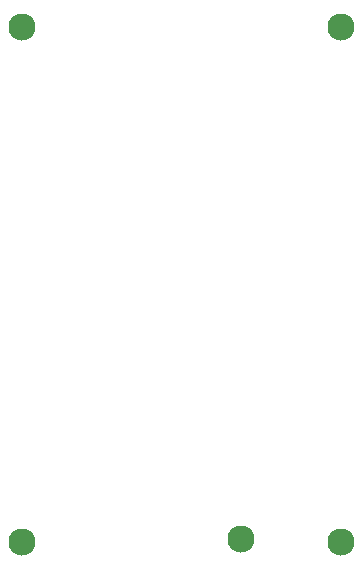
<source format=gbr>
%TF.GenerationSoftware,KiCad,Pcbnew,(6.0.10)*%
%TF.CreationDate,2023-03-24T14:32:09-04:00*%
%TF.ProjectId,kurp,6b757270-2e6b-4696-9361-645f70636258,v1.0.0*%
%TF.SameCoordinates,Original*%
%TF.FileFunction,Soldermask,Top*%
%TF.FilePolarity,Negative*%
%FSLAX46Y46*%
G04 Gerber Fmt 4.6, Leading zero omitted, Abs format (unit mm)*
G04 Created by KiCad (PCBNEW (6.0.10)) date 2023-03-24 14:32:09*
%MOMM*%
%LPD*%
G01*
G04 APERTURE LIST*
%ADD10C,2.300000*%
G04 APERTURE END LIST*
D10*
%TO.C,H4*%
X130500000Y-4200000D03*
%TD*%
%TO.C,H3*%
X103500000Y-4200000D03*
%TD*%
%TO.C,H2*%
X130500000Y39400000D03*
%TD*%
%TO.C,H1*%
X103500000Y39400000D03*
%TD*%
%TO.C,RESET1*%
X122000000Y-4000000D03*
%TD*%
M02*

</source>
